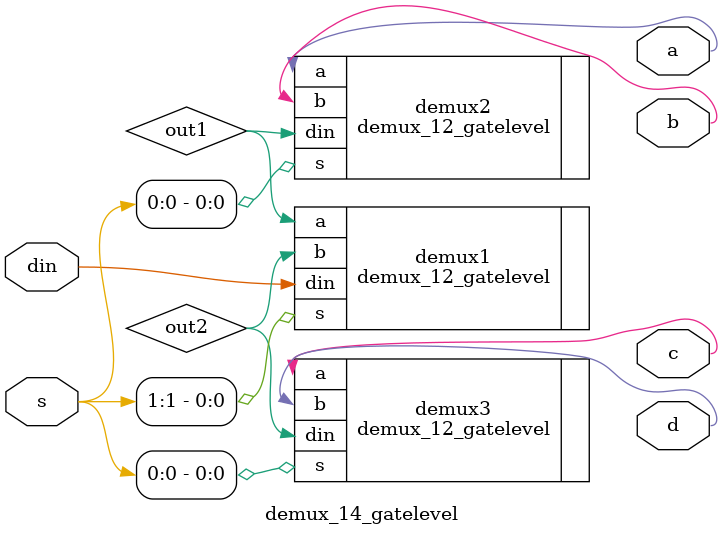
<source format=v>
module demux_14_gatelevel (a, b, c, d, s, din);

output a, b, c, d;
input [1:0] s;
input din;

wire out1, out2;

demux_12_gatelevel demux1 (.a(out1), .b(out2), .s(s[1]), .din(din));
demux_12_gatelevel demux2 (.a(a), .b(b), .s(s[0]), .din(out1));
demux_12_gatelevel demux3 (.a(c), .b(d), .s(s[0]), .din(out2));

endmodule
</source>
